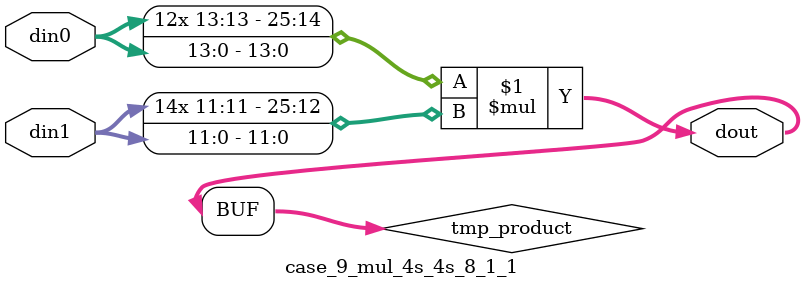
<source format=v>

`timescale 1 ns / 1 ps

 module case_9_mul_4s_4s_8_1_1(din0, din1, dout);
parameter ID = 1;
parameter NUM_STAGE = 0;
parameter din0_WIDTH = 14;
parameter din1_WIDTH = 12;
parameter dout_WIDTH = 26;

input [din0_WIDTH - 1 : 0] din0; 
input [din1_WIDTH - 1 : 0] din1; 
output [dout_WIDTH - 1 : 0] dout;

wire signed [dout_WIDTH - 1 : 0] tmp_product;



























assign tmp_product = $signed(din0) * $signed(din1);








assign dout = tmp_product;





















endmodule

</source>
